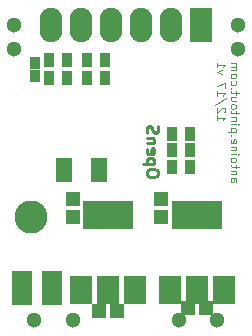
<source format=gbs>
G04 #@! TF.FileFunction,Soldermask,Bot*
%FSLAX46Y46*%
G04 Gerber Fmt 4.6, Leading zero omitted, Abs format (unit mm)*
G04 Created by KiCad (PCBNEW 4.0.7-e2-6376~58~ubuntu17.04.1) date Mon Dec 25 20:32:12 2017*
%MOMM*%
%LPD*%
G01*
G04 APERTURE LIST*
%ADD10C,0.100000*%
%ADD11C,0.250000*%
%ADD12R,1.400000X2.000000*%
%ADD13R,0.900000X1.000000*%
%ADD14R,1.200000X1.150000*%
%ADD15R,1.150000X1.200000*%
%ADD16R,0.900000X1.300000*%
%ADD17R,4.200000X2.400000*%
%ADD18R,1.900000X2.400000*%
%ADD19R,1.670000X2.940000*%
%ADD20R,1.924000X2.924000*%
%ADD21O,1.924000X2.924000*%
%ADD22C,2.800000*%
%ADD23C,1.300000*%
G04 APERTURE END LIST*
D10*
D11*
X158997619Y-119621429D02*
X158997619Y-119430952D01*
X158950000Y-119335714D01*
X158854762Y-119240476D01*
X158664286Y-119192857D01*
X158330952Y-119192857D01*
X158140476Y-119240476D01*
X158045238Y-119335714D01*
X157997619Y-119430952D01*
X157997619Y-119621429D01*
X158045238Y-119716667D01*
X158140476Y-119811905D01*
X158330952Y-119859524D01*
X158664286Y-119859524D01*
X158854762Y-119811905D01*
X158950000Y-119716667D01*
X158997619Y-119621429D01*
X158664286Y-118764286D02*
X157664286Y-118764286D01*
X158616667Y-118764286D02*
X158664286Y-118669048D01*
X158664286Y-118478571D01*
X158616667Y-118383333D01*
X158569048Y-118335714D01*
X158473810Y-118288095D01*
X158188095Y-118288095D01*
X158092857Y-118335714D01*
X158045238Y-118383333D01*
X157997619Y-118478571D01*
X157997619Y-118669048D01*
X158045238Y-118764286D01*
X158045238Y-117478571D02*
X157997619Y-117573809D01*
X157997619Y-117764286D01*
X158045238Y-117859524D01*
X158140476Y-117907143D01*
X158521429Y-117907143D01*
X158616667Y-117859524D01*
X158664286Y-117764286D01*
X158664286Y-117573809D01*
X158616667Y-117478571D01*
X158521429Y-117430952D01*
X158426190Y-117430952D01*
X158330952Y-117907143D01*
X158664286Y-117002381D02*
X157997619Y-117002381D01*
X158569048Y-117002381D02*
X158616667Y-116954762D01*
X158664286Y-116859524D01*
X158664286Y-116716666D01*
X158616667Y-116621428D01*
X158521429Y-116573809D01*
X157997619Y-116573809D01*
X158045238Y-116145238D02*
X157997619Y-116002381D01*
X157997619Y-115764285D01*
X158045238Y-115669047D01*
X158092857Y-115621428D01*
X158188095Y-115573809D01*
X158283333Y-115573809D01*
X158378571Y-115621428D01*
X158426190Y-115669047D01*
X158473810Y-115764285D01*
X158521429Y-115954762D01*
X158569048Y-116050000D01*
X158616667Y-116097619D01*
X158711905Y-116145238D01*
X158807143Y-116145238D01*
X158902381Y-116097619D01*
X158950000Y-116050000D01*
X158997619Y-115954762D01*
X158997619Y-115716666D01*
X158950000Y-115573809D01*
D10*
X165108333Y-119949995D02*
X165475000Y-119949995D01*
X165541667Y-119983329D01*
X165575000Y-120049995D01*
X165575000Y-120183329D01*
X165541667Y-120249995D01*
X165141667Y-119949995D02*
X165108333Y-120016662D01*
X165108333Y-120183329D01*
X165141667Y-120249995D01*
X165208333Y-120283329D01*
X165275000Y-120283329D01*
X165341667Y-120249995D01*
X165375000Y-120183329D01*
X165375000Y-120016662D01*
X165408333Y-119949995D01*
X165575000Y-119616662D02*
X165108333Y-119616662D01*
X165508333Y-119616662D02*
X165541667Y-119583329D01*
X165575000Y-119516662D01*
X165575000Y-119416662D01*
X165541667Y-119349996D01*
X165475000Y-119316662D01*
X165108333Y-119316662D01*
X165575000Y-119083329D02*
X165575000Y-118816663D01*
X165808333Y-118983329D02*
X165208333Y-118983329D01*
X165141667Y-118949996D01*
X165108333Y-118883329D01*
X165108333Y-118816663D01*
X165108333Y-118483329D02*
X165141667Y-118549996D01*
X165175000Y-118583329D01*
X165241667Y-118616663D01*
X165441667Y-118616663D01*
X165508333Y-118583329D01*
X165541667Y-118549996D01*
X165575000Y-118483329D01*
X165575000Y-118383329D01*
X165541667Y-118316663D01*
X165508333Y-118283329D01*
X165441667Y-118249996D01*
X165241667Y-118249996D01*
X165175000Y-118283329D01*
X165141667Y-118316663D01*
X165108333Y-118383329D01*
X165108333Y-118483329D01*
X165108333Y-117949996D02*
X165575000Y-117949996D01*
X165808333Y-117949996D02*
X165775000Y-117983330D01*
X165741667Y-117949996D01*
X165775000Y-117916663D01*
X165808333Y-117949996D01*
X165741667Y-117949996D01*
X165575000Y-117616663D02*
X165108333Y-117616663D01*
X165508333Y-117616663D02*
X165541667Y-117583330D01*
X165575000Y-117516663D01*
X165575000Y-117416663D01*
X165541667Y-117349997D01*
X165475000Y-117316663D01*
X165108333Y-117316663D01*
X165141667Y-116716664D02*
X165108333Y-116783330D01*
X165108333Y-116916664D01*
X165141667Y-116983330D01*
X165208333Y-117016664D01*
X165475000Y-117016664D01*
X165541667Y-116983330D01*
X165575000Y-116916664D01*
X165575000Y-116783330D01*
X165541667Y-116716664D01*
X165475000Y-116683330D01*
X165408333Y-116683330D01*
X165341667Y-117016664D01*
X165175000Y-116383330D02*
X165141667Y-116349997D01*
X165108333Y-116383330D01*
X165141667Y-116416664D01*
X165175000Y-116383330D01*
X165108333Y-116383330D01*
X165575000Y-116049997D02*
X164875000Y-116049997D01*
X165541667Y-116049997D02*
X165575000Y-115983331D01*
X165575000Y-115849997D01*
X165541667Y-115783331D01*
X165508333Y-115749997D01*
X165441667Y-115716664D01*
X165241667Y-115716664D01*
X165175000Y-115749997D01*
X165141667Y-115783331D01*
X165108333Y-115849997D01*
X165108333Y-115983331D01*
X165141667Y-116049997D01*
X165108333Y-115416664D02*
X165575000Y-115416664D01*
X165808333Y-115416664D02*
X165775000Y-115449998D01*
X165741667Y-115416664D01*
X165775000Y-115383331D01*
X165808333Y-115416664D01*
X165741667Y-115416664D01*
X165575000Y-115083331D02*
X165108333Y-115083331D01*
X165508333Y-115083331D02*
X165541667Y-115049998D01*
X165575000Y-114983331D01*
X165575000Y-114883331D01*
X165541667Y-114816665D01*
X165475000Y-114783331D01*
X165108333Y-114783331D01*
X165575000Y-114549998D02*
X165575000Y-114283332D01*
X165808333Y-114449998D02*
X165208333Y-114449998D01*
X165141667Y-114416665D01*
X165108333Y-114349998D01*
X165108333Y-114283332D01*
X165108333Y-113949998D02*
X165141667Y-114016665D01*
X165175000Y-114049998D01*
X165241667Y-114083332D01*
X165441667Y-114083332D01*
X165508333Y-114049998D01*
X165541667Y-114016665D01*
X165575000Y-113949998D01*
X165575000Y-113849998D01*
X165541667Y-113783332D01*
X165508333Y-113749998D01*
X165441667Y-113716665D01*
X165241667Y-113716665D01*
X165175000Y-113749998D01*
X165141667Y-113783332D01*
X165108333Y-113849998D01*
X165108333Y-113949998D01*
X165575000Y-113116665D02*
X165108333Y-113116665D01*
X165575000Y-113416665D02*
X165208333Y-113416665D01*
X165141667Y-113383332D01*
X165108333Y-113316665D01*
X165108333Y-113216665D01*
X165141667Y-113149999D01*
X165175000Y-113116665D01*
X165575000Y-112883332D02*
X165575000Y-112616666D01*
X165808333Y-112783332D02*
X165208333Y-112783332D01*
X165141667Y-112749999D01*
X165108333Y-112683332D01*
X165108333Y-112616666D01*
X165175000Y-112383332D02*
X165141667Y-112349999D01*
X165108333Y-112383332D01*
X165141667Y-112416666D01*
X165175000Y-112383332D01*
X165108333Y-112383332D01*
X165141667Y-111749999D02*
X165108333Y-111816666D01*
X165108333Y-111949999D01*
X165141667Y-112016666D01*
X165175000Y-112049999D01*
X165241667Y-112083333D01*
X165441667Y-112083333D01*
X165508333Y-112049999D01*
X165541667Y-112016666D01*
X165575000Y-111949999D01*
X165575000Y-111816666D01*
X165541667Y-111749999D01*
X165108333Y-111349999D02*
X165141667Y-111416666D01*
X165175000Y-111449999D01*
X165241667Y-111483333D01*
X165441667Y-111483333D01*
X165508333Y-111449999D01*
X165541667Y-111416666D01*
X165575000Y-111349999D01*
X165575000Y-111249999D01*
X165541667Y-111183333D01*
X165508333Y-111149999D01*
X165441667Y-111116666D01*
X165241667Y-111116666D01*
X165175000Y-111149999D01*
X165141667Y-111183333D01*
X165108333Y-111249999D01*
X165108333Y-111349999D01*
X165108333Y-110816666D02*
X165575000Y-110816666D01*
X165508333Y-110816666D02*
X165541667Y-110783333D01*
X165575000Y-110716666D01*
X165575000Y-110616666D01*
X165541667Y-110550000D01*
X165475000Y-110516666D01*
X165108333Y-110516666D01*
X165475000Y-110516666D02*
X165541667Y-110483333D01*
X165575000Y-110416666D01*
X165575000Y-110316666D01*
X165541667Y-110250000D01*
X165475000Y-110216666D01*
X165108333Y-110216666D01*
X163958333Y-114650001D02*
X163958333Y-115050001D01*
X163958333Y-114850001D02*
X164658333Y-114850001D01*
X164558333Y-114916667D01*
X164491667Y-114983334D01*
X164458333Y-115050001D01*
X164591667Y-114383334D02*
X164625000Y-114350000D01*
X164658333Y-114283334D01*
X164658333Y-114116667D01*
X164625000Y-114050000D01*
X164591667Y-114016667D01*
X164525000Y-113983334D01*
X164458333Y-113983334D01*
X164358333Y-114016667D01*
X163958333Y-114416667D01*
X163958333Y-113983334D01*
X164691667Y-113183333D02*
X163791667Y-113783333D01*
X163958333Y-112583334D02*
X163958333Y-112983334D01*
X163958333Y-112783334D02*
X164658333Y-112783334D01*
X164558333Y-112850000D01*
X164491667Y-112916667D01*
X164458333Y-112983334D01*
X164658333Y-112350000D02*
X164658333Y-111883333D01*
X163958333Y-112183333D01*
X164425000Y-111150000D02*
X163958333Y-110983333D01*
X164425000Y-110816667D01*
X163958333Y-110183334D02*
X163958333Y-110583334D01*
X163958333Y-110383334D02*
X164658333Y-110383334D01*
X164558333Y-110450000D01*
X164491667Y-110516667D01*
X164458333Y-110583334D01*
D12*
X151000000Y-119250000D03*
X154000000Y-119250000D03*
D13*
X148590000Y-110194000D03*
X148590000Y-111294000D03*
D14*
X163000000Y-131000000D03*
X161500000Y-131000000D03*
D15*
X159250000Y-121750000D03*
X159250000Y-123250000D03*
D14*
X155500000Y-131250000D03*
X154000000Y-131250000D03*
D15*
X151750000Y-121750000D03*
X151750000Y-123250000D03*
D16*
X151250000Y-110000000D03*
X149750000Y-110000000D03*
X160159000Y-116205000D03*
X161659000Y-116205000D03*
X160159000Y-117602000D03*
X161659000Y-117602000D03*
X151245000Y-111506000D03*
X149745000Y-111506000D03*
X160159000Y-118999000D03*
X161659000Y-118999000D03*
X153000000Y-110000000D03*
X154500000Y-110000000D03*
X153000000Y-111500000D03*
X154500000Y-111500000D03*
D17*
X162250000Y-123100000D03*
D18*
X162250000Y-129400000D03*
X159950000Y-129400000D03*
X164550000Y-129400000D03*
D17*
X154750000Y-123100000D03*
D18*
X154750000Y-129400000D03*
X152450000Y-129400000D03*
X157050000Y-129400000D03*
D19*
X147480000Y-129250000D03*
X150020000Y-129250000D03*
D20*
X162600000Y-107000000D03*
D21*
X160060000Y-107000000D03*
X157520000Y-107000000D03*
X154980000Y-107000000D03*
X152440000Y-107000000D03*
X149900000Y-107000000D03*
D22*
X148250000Y-123250000D03*
D23*
X146750000Y-107000000D03*
X165750000Y-107000000D03*
X146750000Y-109000000D03*
X165750000Y-109000000D03*
X148500000Y-132000000D03*
X164000000Y-132000000D03*
X151750000Y-132000000D03*
X160750000Y-132000000D03*
M02*

</source>
